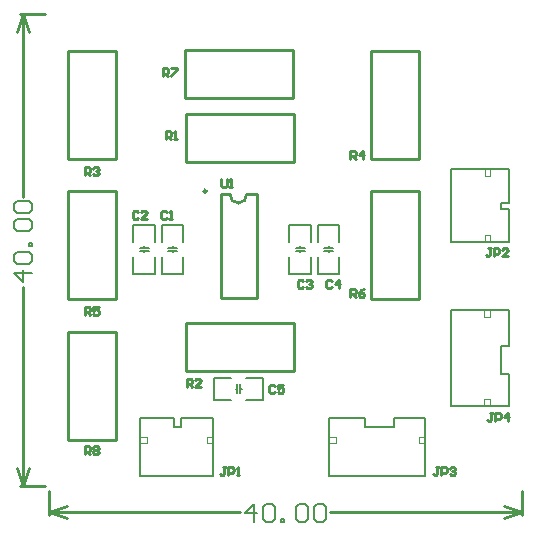
<source format=gto>
G04*
G04 #@! TF.GenerationSoftware,Altium Limited,Altium Designer,22.1.2 (22)*
G04*
G04 Layer_Color=65535*
%FSLAX24Y24*%
%MOIN*%
G70*
G04*
G04 #@! TF.SameCoordinates,7AB658FE-4F4A-440D-9AF7-89D71A904C7E*
G04*
G04*
G04 #@! TF.FilePolarity,Positive*
G04*
G01*
G75*
%ADD10C,0.0098*%
%ADD11C,0.0100*%
%ADD12C,0.0080*%
%ADD13C,0.0060*%
%ADD14C,0.0039*%
%ADD15C,0.0079*%
D10*
X5230Y9840D02*
G03*
X5230Y9840I-49J0D01*
G01*
D11*
X6010Y9720D02*
G03*
X6570Y9729I280J0D01*
G01*
X2200Y1550D02*
Y5150D01*
X600Y1550D02*
X2200D01*
X600D02*
Y5150D01*
X2200D01*
X4550Y3850D02*
Y5450D01*
Y3850D02*
X8150D01*
Y5450D01*
X4550D02*
X8150D01*
X600Y10900D02*
Y14500D01*
X2200D01*
Y10900D02*
Y14500D01*
X600Y10900D02*
X2200D01*
X10700D02*
Y14500D01*
X12300D01*
Y10900D02*
Y14500D01*
X10700Y10900D02*
X12300D01*
Y6240D02*
Y9840D01*
X10700Y6240D02*
X12300D01*
X10700D02*
Y9840D01*
X12300D01*
X2200Y6240D02*
Y9840D01*
X600Y6240D02*
X2200D01*
X600D02*
Y9840D01*
X2200D01*
X5700Y6288D02*
Y9752D01*
X6900Y6288D02*
Y9752D01*
X5700Y6288D02*
X6900D01*
X5700Y9752D02*
X6000D01*
X6570D02*
X6900D01*
X4500Y14550D02*
X8100D01*
Y12950D02*
Y14550D01*
X4500Y12950D02*
X8100D01*
X4500D02*
Y14550D01*
X4550Y12400D02*
X8150D01*
Y10800D02*
Y12400D01*
X4550Y10800D02*
X8150D01*
X4550D02*
Y12400D01*
X1170Y1062D02*
Y1338D01*
X1308D01*
X1354Y1292D01*
Y1200D01*
X1308Y1154D01*
X1170D01*
X1262D02*
X1354Y1062D01*
X1446Y1292D02*
X1492Y1338D01*
X1584D01*
X1630Y1292D01*
Y1246D01*
X1584Y1200D01*
X1630Y1154D01*
Y1108D01*
X1584Y1062D01*
X1492D01*
X1446Y1108D01*
Y1154D01*
X1492Y1200D01*
X1446Y1246D01*
Y1292D01*
X1492Y1200D02*
X1584D01*
X7504Y3342D02*
X7458Y3388D01*
X7366D01*
X7320Y3342D01*
Y3158D01*
X7366Y3112D01*
X7458D01*
X7504Y3158D01*
X7780Y3388D02*
X7596D01*
Y3250D01*
X7688Y3296D01*
X7734D01*
X7780Y3250D01*
Y3158D01*
X7734Y3112D01*
X7642D01*
X7596Y3158D01*
X5716Y10238D02*
Y10008D01*
X5762Y9962D01*
X5854D01*
X5900Y10008D01*
Y10238D01*
X5992Y9962D02*
X6084D01*
X6038D01*
Y10238D01*
X5992Y10192D01*
X3770Y13662D02*
Y13938D01*
X3908D01*
X3954Y13892D01*
Y13800D01*
X3908Y13754D01*
X3770D01*
X3862D02*
X3954Y13662D01*
X4046Y13938D02*
X4230D01*
Y13892D01*
X4046Y13708D01*
Y13662D01*
X10020Y6312D02*
Y6588D01*
X10158D01*
X10204Y6542D01*
Y6450D01*
X10158Y6404D01*
X10020D01*
X10112D02*
X10204Y6312D01*
X10480Y6588D02*
X10388Y6542D01*
X10296Y6450D01*
Y6358D01*
X10342Y6312D01*
X10434D01*
X10480Y6358D01*
Y6404D01*
X10434Y6450D01*
X10296D01*
X1170Y5712D02*
Y5988D01*
X1308D01*
X1354Y5942D01*
Y5850D01*
X1308Y5804D01*
X1170D01*
X1262D02*
X1354Y5712D01*
X1630Y5988D02*
X1446D01*
Y5850D01*
X1538Y5896D01*
X1584D01*
X1630Y5850D01*
Y5758D01*
X1584Y5712D01*
X1492D01*
X1446Y5758D01*
X10020Y10912D02*
Y11188D01*
X10158D01*
X10204Y11142D01*
Y11050D01*
X10158Y11004D01*
X10020D01*
X10112D02*
X10204Y10912D01*
X10434D02*
Y11188D01*
X10296Y11050D01*
X10480D01*
X1170Y10362D02*
Y10638D01*
X1308D01*
X1354Y10592D01*
Y10500D01*
X1308Y10454D01*
X1170D01*
X1262D02*
X1354Y10362D01*
X1446Y10592D02*
X1492Y10638D01*
X1584D01*
X1630Y10592D01*
Y10546D01*
X1584Y10500D01*
X1538D01*
X1584D01*
X1630Y10454D01*
Y10408D01*
X1584Y10362D01*
X1492D01*
X1446Y10408D01*
X4570Y3312D02*
Y3588D01*
X4708D01*
X4754Y3542D01*
Y3450D01*
X4708Y3404D01*
X4570D01*
X4662D02*
X4754Y3312D01*
X5030D02*
X4846D01*
X5030Y3496D01*
Y3542D01*
X4984Y3588D01*
X4892D01*
X4846Y3542D01*
X3866Y11562D02*
Y11838D01*
X4004D01*
X4050Y11792D01*
Y11700D01*
X4004Y11654D01*
X3866D01*
X3958D02*
X4050Y11562D01*
X4142D02*
X4234D01*
X4188D01*
Y11838D01*
X4142Y11792D01*
X14766Y2438D02*
X14675D01*
X14720D01*
Y2208D01*
X14675Y2162D01*
X14629D01*
X14583Y2208D01*
X14858Y2162D02*
Y2438D01*
X14996D01*
X15042Y2392D01*
Y2300D01*
X14996Y2254D01*
X14858D01*
X15271Y2162D02*
Y2438D01*
X15134Y2300D01*
X15317D01*
X12966Y638D02*
X12874D01*
X12920D01*
Y408D01*
X12874Y362D01*
X12829D01*
X12783Y408D01*
X13058Y362D02*
Y638D01*
X13196D01*
X13242Y592D01*
Y500D01*
X13196Y454D01*
X13058D01*
X13334Y592D02*
X13380Y638D01*
X13471D01*
X13517Y592D01*
Y546D01*
X13471Y500D01*
X13426D01*
X13471D01*
X13517Y454D01*
Y408D01*
X13471Y362D01*
X13380D01*
X13334Y408D01*
X14716Y7938D02*
X14625D01*
X14670D01*
Y7708D01*
X14625Y7662D01*
X14579D01*
X14533Y7708D01*
X14808Y7662D02*
Y7938D01*
X14946D01*
X14992Y7892D01*
Y7800D01*
X14946Y7754D01*
X14808D01*
X15267Y7662D02*
X15084D01*
X15267Y7846D01*
Y7892D01*
X15221Y7938D01*
X15130D01*
X15084Y7892D01*
X5862Y638D02*
X5770D01*
X5816D01*
Y408D01*
X5770Y362D01*
X5724D01*
X5679Y408D01*
X5954Y362D02*
Y638D01*
X6092D01*
X6138Y592D01*
Y500D01*
X6092Y454D01*
X5954D01*
X6230Y362D02*
X6321D01*
X6276D01*
Y638D01*
X6230Y592D01*
X9404Y6842D02*
X9358Y6888D01*
X9266D01*
X9220Y6842D01*
Y6658D01*
X9266Y6612D01*
X9358D01*
X9404Y6658D01*
X9634Y6612D02*
Y6888D01*
X9496Y6750D01*
X9680D01*
X8454Y6842D02*
X8408Y6888D01*
X8316D01*
X8270Y6842D01*
Y6658D01*
X8316Y6612D01*
X8408D01*
X8454Y6658D01*
X8546Y6842D02*
X8592Y6888D01*
X8684D01*
X8730Y6842D01*
Y6796D01*
X8684Y6750D01*
X8638D01*
X8684D01*
X8730Y6704D01*
Y6658D01*
X8684Y6612D01*
X8592D01*
X8546Y6658D01*
X2954Y9142D02*
X2908Y9188D01*
X2816D01*
X2770Y9142D01*
Y8958D01*
X2816Y8912D01*
X2908D01*
X2954Y8958D01*
X3230Y8912D02*
X3046D01*
X3230Y9096D01*
Y9142D01*
X3184Y9188D01*
X3092D01*
X3046Y9142D01*
X3900D02*
X3854Y9188D01*
X3762D01*
X3716Y9142D01*
Y8958D01*
X3762Y8912D01*
X3854D01*
X3900Y8958D01*
X3992Y8912D02*
X4084D01*
X4038D01*
Y9188D01*
X3992Y9142D01*
X-900Y15748D02*
X-700Y15148D01*
X-1100D02*
X-900Y15748D01*
X-1100Y600D02*
X-900Y0D01*
X-700Y600D01*
X-900Y9660D02*
Y15748D01*
Y0D02*
Y6640D01*
X-1000Y15748D02*
X-170D01*
X-1000Y0D02*
X-170D01*
X-20Y-850D02*
X580Y-650D01*
X-20Y-850D02*
X580Y-1050D01*
X15128D02*
X15728Y-850D01*
X15128Y-650D02*
X15728Y-850D01*
X-20D02*
X6340D01*
X9360D02*
X15728D01*
X-20Y-950D02*
Y-150D01*
X15728Y-950D02*
Y-150D01*
D12*
X6540Y2890D02*
X7110D01*
X6540Y3610D02*
X7110D01*
X5490Y2890D02*
X6060D01*
X5490Y3610D02*
X6060D01*
X7110Y2890D02*
Y3610D01*
X5490Y2890D02*
Y3610D01*
X13386Y2675D02*
Y5875D01*
X15315Y2675D02*
Y3737D01*
Y4675D02*
Y5875D01*
X13393Y8169D02*
Y10582D01*
X15323Y8169D02*
Y9231D01*
Y9456D02*
Y10582D01*
X8940Y7090D02*
Y7660D01*
X9660Y7090D02*
Y7660D01*
X8940Y8140D02*
Y8710D01*
X9660Y8140D02*
Y8710D01*
X8940Y7090D02*
X9660D01*
X8940Y8710D02*
X9660D01*
X7990Y7090D02*
Y7660D01*
X8710Y7090D02*
Y7660D01*
X7990Y8140D02*
Y8710D01*
X8710Y8140D02*
Y8710D01*
X7990Y7090D02*
X8710D01*
X7990Y8710D02*
X8710D01*
X4460Y8140D02*
Y8710D01*
X3740Y8140D02*
Y8710D01*
X4460Y7090D02*
Y7660D01*
X3740Y7090D02*
Y7660D01*
Y8710D02*
X4460D01*
X3740Y7090D02*
X4460D01*
X3510Y8140D02*
Y8710D01*
X2790Y8140D02*
Y8710D01*
X3510Y7090D02*
Y7660D01*
X2790Y7090D02*
Y7660D01*
Y8710D02*
X3510D01*
X2790Y7090D02*
X3510D01*
X9325Y2265D02*
X10525D01*
X11463D02*
X12525D01*
X9325Y336D02*
X12525D01*
X3018D02*
X5431D01*
X4369Y2265D02*
X5431D01*
X3018D02*
X4144D01*
D13*
X6250Y3100D02*
Y3400D01*
X6350Y3100D02*
Y3400D01*
Y3250D02*
X6400D01*
X6200D02*
X6250D01*
X9150Y7950D02*
X9450D01*
X9150Y7850D02*
X9450D01*
X9300Y7800D02*
Y7850D01*
Y7950D02*
Y8000D01*
X8200Y7950D02*
X8500D01*
X8200Y7850D02*
X8500D01*
X8350Y7800D02*
Y7850D01*
Y7950D02*
Y8000D01*
X3950Y7850D02*
X4250D01*
X3950Y7950D02*
X4250D01*
X4100D02*
Y8000D01*
Y7800D02*
Y7850D01*
X3000D02*
X3300D01*
X3000Y7950D02*
X3300D01*
X3150D02*
Y8000D01*
Y7800D02*
Y7850D01*
X-600Y7100D02*
X-1200D01*
X-900Y6800D01*
Y7200D01*
X-1100Y7400D02*
X-1200Y7500D01*
Y7700D01*
X-1100Y7800D01*
X-700D01*
X-600Y7700D01*
Y7500D01*
X-700Y7400D01*
X-1100D01*
X-600Y8000D02*
X-700D01*
Y8100D01*
X-600D01*
Y8000D01*
X-1100Y8500D02*
X-1200Y8600D01*
Y8800D01*
X-1100Y8900D01*
X-700D01*
X-600Y8800D01*
Y8600D01*
X-700Y8500D01*
X-1100D01*
Y9100D02*
X-1200Y9200D01*
Y9400D01*
X-1100Y9500D01*
X-700D01*
X-600Y9400D01*
Y9200D01*
X-700Y9100D01*
X-1100D01*
X6800Y-1200D02*
Y-600D01*
X6500Y-900D01*
X6900D01*
X7100Y-700D02*
X7200Y-600D01*
X7400D01*
X7500Y-700D01*
Y-1100D01*
X7400Y-1200D01*
X7200D01*
X7100Y-1100D01*
Y-700D01*
X7700Y-1200D02*
Y-1100D01*
X7800D01*
Y-1200D01*
X7700D01*
X8200Y-700D02*
X8300Y-600D01*
X8500D01*
X8600Y-700D01*
Y-1100D01*
X8500Y-1200D01*
X8300D01*
X8200Y-1100D01*
Y-700D01*
X8800D02*
X8900Y-600D01*
X9100D01*
X9200Y-700D01*
Y-1100D01*
X9100Y-1200D01*
X8900D01*
X8800Y-1100D01*
Y-700D01*
D14*
X14685Y5647D02*
Y5875D01*
X14488Y5647D02*
X14685D01*
X14488D02*
Y5875D01*
X14685Y2675D02*
Y2904D01*
X14488D02*
X14685D01*
X14488Y2675D02*
Y2904D01*
X14693Y10353D02*
Y10582D01*
X14496Y10353D02*
X14693D01*
X14496D02*
Y10582D01*
X14693Y8144D02*
Y8372D01*
X14496D02*
X14693D01*
X14496Y8144D02*
Y8372D01*
X12296Y1438D02*
X12525D01*
X12296D02*
Y1635D01*
X12525D01*
X9325Y1438D02*
X9553D01*
Y1635D01*
X9325D02*
X9553D01*
X3018D02*
X3247D01*
Y1438D02*
Y1635D01*
X3018Y1438D02*
X3247D01*
X5228Y1635D02*
X5456D01*
X5228Y1438D02*
Y1635D01*
Y1438D02*
X5456D01*
D15*
X15033Y3737D02*
Y4675D01*
Y3737D02*
X15315D01*
X15033Y4675D02*
X15315D01*
X13386Y5875D02*
X15315D01*
X13386Y2675D02*
X15315D01*
X15041Y9231D02*
Y9456D01*
Y9231D02*
X15323D01*
X15041Y9456D02*
X15323D01*
X13393Y10582D02*
X15323D01*
X13393Y8144D02*
X15323D01*
X12525Y336D02*
Y2265D01*
X9325Y336D02*
Y2265D01*
X10525Y1983D02*
Y2265D01*
X11463Y1983D02*
Y2265D01*
X10525Y1983D02*
X11463D01*
X4144D02*
X4369D01*
Y2265D01*
X4144Y1983D02*
Y2265D01*
X3018Y336D02*
Y2265D01*
X5456Y336D02*
Y2265D01*
M02*

</source>
